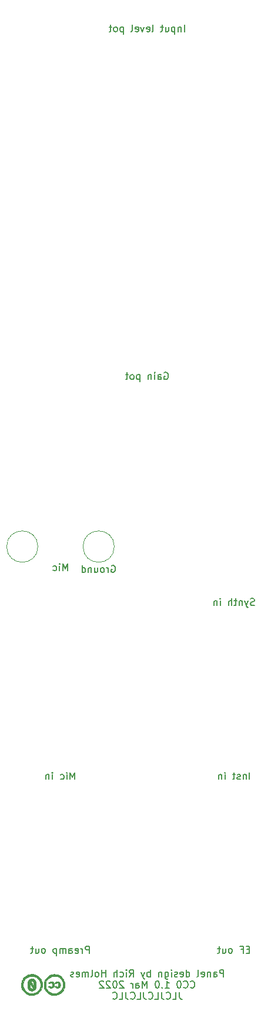
<source format=gbo>
G04 #@! TF.GenerationSoftware,KiCad,Pcbnew,6.0.4-6f826c9f35~116~ubuntu20.04.1*
G04 #@! TF.CreationDate,2022-04-19T20:10:12-04:00*
G04 #@! TF.ProjectId,arpenvfol_panel,61727065-6e76-4666-9f6c-5f70616e656c,rev?*
G04 #@! TF.SameCoordinates,Original*
G04 #@! TF.FileFunction,Legend,Bot*
G04 #@! TF.FilePolarity,Positive*
%FSLAX46Y46*%
G04 Gerber Fmt 4.6, Leading zero omitted, Abs format (unit mm)*
G04 Created by KiCad (PCBNEW 6.0.4-6f826c9f35~116~ubuntu20.04.1) date 2022-04-19 20:10:12*
%MOMM*%
%LPD*%
G01*
G04 APERTURE LIST*
%ADD10C,0.150000*%
%ADD11C,0.010000*%
%ADD12C,0.120000*%
G04 APERTURE END LIST*
D10*
X29600000Y-138052380D02*
X29600000Y-137052380D01*
X29266666Y-137766666D01*
X28933333Y-137052380D01*
X28933333Y-138052380D01*
X28457142Y-138052380D02*
X28457142Y-137385714D01*
X28457142Y-137052380D02*
X28504761Y-137100000D01*
X28457142Y-137147619D01*
X28409523Y-137100000D01*
X28457142Y-137052380D01*
X28457142Y-137147619D01*
X27552380Y-138004761D02*
X27647619Y-138052380D01*
X27838095Y-138052380D01*
X27933333Y-138004761D01*
X27980952Y-137957142D01*
X28028571Y-137861904D01*
X28028571Y-137576190D01*
X27980952Y-137480952D01*
X27933333Y-137433333D01*
X27838095Y-137385714D01*
X27647619Y-137385714D01*
X27552380Y-137433333D01*
X43552380Y-109600000D02*
X43647619Y-109552380D01*
X43790476Y-109552380D01*
X43933333Y-109600000D01*
X44028571Y-109695238D01*
X44076190Y-109790476D01*
X44123809Y-109980952D01*
X44123809Y-110123809D01*
X44076190Y-110314285D01*
X44028571Y-110409523D01*
X43933333Y-110504761D01*
X43790476Y-110552380D01*
X43695238Y-110552380D01*
X43552380Y-110504761D01*
X43504761Y-110457142D01*
X43504761Y-110123809D01*
X43695238Y-110123809D01*
X42647619Y-110552380D02*
X42647619Y-110028571D01*
X42695238Y-109933333D01*
X42790476Y-109885714D01*
X42980952Y-109885714D01*
X43076190Y-109933333D01*
X42647619Y-110504761D02*
X42742857Y-110552380D01*
X42980952Y-110552380D01*
X43076190Y-110504761D01*
X43123809Y-110409523D01*
X43123809Y-110314285D01*
X43076190Y-110219047D01*
X42980952Y-110171428D01*
X42742857Y-110171428D01*
X42647619Y-110123809D01*
X42171428Y-110552380D02*
X42171428Y-109885714D01*
X42171428Y-109552380D02*
X42219047Y-109600000D01*
X42171428Y-109647619D01*
X42123809Y-109600000D01*
X42171428Y-109552380D01*
X42171428Y-109647619D01*
X41695238Y-109885714D02*
X41695238Y-110552380D01*
X41695238Y-109980952D02*
X41647619Y-109933333D01*
X41552380Y-109885714D01*
X41409523Y-109885714D01*
X41314285Y-109933333D01*
X41266666Y-110028571D01*
X41266666Y-110552380D01*
X40028571Y-109885714D02*
X40028571Y-110885714D01*
X40028571Y-109933333D02*
X39933333Y-109885714D01*
X39742857Y-109885714D01*
X39647619Y-109933333D01*
X39600000Y-109980952D01*
X39552380Y-110076190D01*
X39552380Y-110361904D01*
X39600000Y-110457142D01*
X39647619Y-110504761D01*
X39742857Y-110552380D01*
X39933333Y-110552380D01*
X40028571Y-110504761D01*
X38980952Y-110552380D02*
X39076190Y-110504761D01*
X39123809Y-110457142D01*
X39171428Y-110361904D01*
X39171428Y-110076190D01*
X39123809Y-109980952D01*
X39076190Y-109933333D01*
X38980952Y-109885714D01*
X38838095Y-109885714D01*
X38742857Y-109933333D01*
X38695238Y-109980952D01*
X38647619Y-110076190D01*
X38647619Y-110361904D01*
X38695238Y-110457142D01*
X38742857Y-110504761D01*
X38838095Y-110552380D01*
X38980952Y-110552380D01*
X38361904Y-109885714D02*
X37980952Y-109885714D01*
X38219047Y-109552380D02*
X38219047Y-110409523D01*
X38171428Y-110504761D01*
X38076190Y-110552380D01*
X37980952Y-110552380D01*
X55814285Y-192528571D02*
X55480952Y-192528571D01*
X55338095Y-193052380D02*
X55814285Y-193052380D01*
X55814285Y-192052380D01*
X55338095Y-192052380D01*
X54576190Y-192528571D02*
X54909523Y-192528571D01*
X54909523Y-193052380D02*
X54909523Y-192052380D01*
X54433333Y-192052380D01*
X53147619Y-193052380D02*
X53242857Y-193004761D01*
X53290476Y-192957142D01*
X53338095Y-192861904D01*
X53338095Y-192576190D01*
X53290476Y-192480952D01*
X53242857Y-192433333D01*
X53147619Y-192385714D01*
X53004761Y-192385714D01*
X52909523Y-192433333D01*
X52861904Y-192480952D01*
X52814285Y-192576190D01*
X52814285Y-192861904D01*
X52861904Y-192957142D01*
X52909523Y-193004761D01*
X53004761Y-193052380D01*
X53147619Y-193052380D01*
X51957142Y-192385714D02*
X51957142Y-193052380D01*
X52385714Y-192385714D02*
X52385714Y-192909523D01*
X52338095Y-193004761D01*
X52242857Y-193052380D01*
X52099999Y-193052380D01*
X52004761Y-193004761D01*
X51957142Y-192957142D01*
X51623809Y-192385714D02*
X51242857Y-192385714D01*
X51480952Y-192052380D02*
X51480952Y-192909523D01*
X51433333Y-193004761D01*
X51338095Y-193052380D01*
X51242857Y-193052380D01*
X35957142Y-137350000D02*
X36052380Y-137302380D01*
X36195238Y-137302380D01*
X36338095Y-137350000D01*
X36433333Y-137445238D01*
X36480952Y-137540476D01*
X36528571Y-137730952D01*
X36528571Y-137873809D01*
X36480952Y-138064285D01*
X36433333Y-138159523D01*
X36338095Y-138254761D01*
X36195238Y-138302380D01*
X36100000Y-138302380D01*
X35957142Y-138254761D01*
X35909523Y-138207142D01*
X35909523Y-137873809D01*
X36100000Y-137873809D01*
X35480952Y-138302380D02*
X35480952Y-137635714D01*
X35480952Y-137826190D02*
X35433333Y-137730952D01*
X35385714Y-137683333D01*
X35290476Y-137635714D01*
X35195238Y-137635714D01*
X34719047Y-138302380D02*
X34814285Y-138254761D01*
X34861904Y-138207142D01*
X34909523Y-138111904D01*
X34909523Y-137826190D01*
X34861904Y-137730952D01*
X34814285Y-137683333D01*
X34719047Y-137635714D01*
X34576190Y-137635714D01*
X34480952Y-137683333D01*
X34433333Y-137730952D01*
X34385714Y-137826190D01*
X34385714Y-138111904D01*
X34433333Y-138207142D01*
X34480952Y-138254761D01*
X34576190Y-138302380D01*
X34719047Y-138302380D01*
X33528571Y-137635714D02*
X33528571Y-138302380D01*
X33957142Y-137635714D02*
X33957142Y-138159523D01*
X33909523Y-138254761D01*
X33814285Y-138302380D01*
X33671428Y-138302380D01*
X33576190Y-138254761D01*
X33528571Y-138207142D01*
X33052380Y-137635714D02*
X33052380Y-138302380D01*
X33052380Y-137730952D02*
X33004761Y-137683333D01*
X32909523Y-137635714D01*
X32766666Y-137635714D01*
X32671428Y-137683333D01*
X32623809Y-137778571D01*
X32623809Y-138302380D01*
X31719047Y-138302380D02*
X31719047Y-137302380D01*
X31719047Y-138254761D02*
X31814285Y-138302380D01*
X32004761Y-138302380D01*
X32100000Y-138254761D01*
X32147619Y-138207142D01*
X32195238Y-138111904D01*
X32195238Y-137826190D01*
X32147619Y-137730952D01*
X32100000Y-137683333D01*
X32004761Y-137635714D01*
X31814285Y-137635714D01*
X31719047Y-137683333D01*
X56528571Y-143004761D02*
X56385714Y-143052380D01*
X56147619Y-143052380D01*
X56052380Y-143004761D01*
X56004761Y-142957142D01*
X55957142Y-142861904D01*
X55957142Y-142766666D01*
X56004761Y-142671428D01*
X56052380Y-142623809D01*
X56147619Y-142576190D01*
X56338095Y-142528571D01*
X56433333Y-142480952D01*
X56480952Y-142433333D01*
X56528571Y-142338095D01*
X56528571Y-142242857D01*
X56480952Y-142147619D01*
X56433333Y-142100000D01*
X56338095Y-142052380D01*
X56100000Y-142052380D01*
X55957142Y-142100000D01*
X55623809Y-142385714D02*
X55385714Y-143052380D01*
X55147619Y-142385714D02*
X55385714Y-143052380D01*
X55480952Y-143290476D01*
X55528571Y-143338095D01*
X55623809Y-143385714D01*
X54766666Y-142385714D02*
X54766666Y-143052380D01*
X54766666Y-142480952D02*
X54719047Y-142433333D01*
X54623809Y-142385714D01*
X54480952Y-142385714D01*
X54385714Y-142433333D01*
X54338095Y-142528571D01*
X54338095Y-143052380D01*
X54004761Y-142385714D02*
X53623809Y-142385714D01*
X53861904Y-142052380D02*
X53861904Y-142909523D01*
X53814285Y-143004761D01*
X53719047Y-143052380D01*
X53623809Y-143052380D01*
X53290476Y-143052380D02*
X53290476Y-142052380D01*
X52861904Y-143052380D02*
X52861904Y-142528571D01*
X52909523Y-142433333D01*
X53004761Y-142385714D01*
X53147619Y-142385714D01*
X53242857Y-142433333D01*
X53290476Y-142480952D01*
X51623809Y-143052380D02*
X51623809Y-142385714D01*
X51623809Y-142052380D02*
X51671428Y-142100000D01*
X51623809Y-142147619D01*
X51576190Y-142100000D01*
X51623809Y-142052380D01*
X51623809Y-142147619D01*
X51147619Y-142385714D02*
X51147619Y-143052380D01*
X51147619Y-142480952D02*
X51100000Y-142433333D01*
X51004761Y-142385714D01*
X50861904Y-142385714D01*
X50766666Y-142433333D01*
X50719047Y-142528571D01*
X50719047Y-143052380D01*
X32742857Y-193052380D02*
X32742857Y-192052380D01*
X32361904Y-192052380D01*
X32266666Y-192100000D01*
X32219047Y-192147619D01*
X32171428Y-192242857D01*
X32171428Y-192385714D01*
X32219047Y-192480952D01*
X32266666Y-192528571D01*
X32361904Y-192576190D01*
X32742857Y-192576190D01*
X31742857Y-193052380D02*
X31742857Y-192385714D01*
X31742857Y-192576190D02*
X31695238Y-192480952D01*
X31647619Y-192433333D01*
X31552380Y-192385714D01*
X31457142Y-192385714D01*
X30742857Y-193004761D02*
X30838095Y-193052380D01*
X31028571Y-193052380D01*
X31123809Y-193004761D01*
X31171428Y-192909523D01*
X31171428Y-192528571D01*
X31123809Y-192433333D01*
X31028571Y-192385714D01*
X30838095Y-192385714D01*
X30742857Y-192433333D01*
X30695238Y-192528571D01*
X30695238Y-192623809D01*
X31171428Y-192719047D01*
X29838095Y-193052380D02*
X29838095Y-192528571D01*
X29885714Y-192433333D01*
X29980952Y-192385714D01*
X30171428Y-192385714D01*
X30266666Y-192433333D01*
X29838095Y-193004761D02*
X29933333Y-193052380D01*
X30171428Y-193052380D01*
X30266666Y-193004761D01*
X30314285Y-192909523D01*
X30314285Y-192814285D01*
X30266666Y-192719047D01*
X30171428Y-192671428D01*
X29933333Y-192671428D01*
X29838095Y-192623809D01*
X29361904Y-193052380D02*
X29361904Y-192385714D01*
X29361904Y-192480952D02*
X29314285Y-192433333D01*
X29219047Y-192385714D01*
X29076190Y-192385714D01*
X28980952Y-192433333D01*
X28933333Y-192528571D01*
X28933333Y-193052380D01*
X28933333Y-192528571D02*
X28885714Y-192433333D01*
X28790476Y-192385714D01*
X28647619Y-192385714D01*
X28552380Y-192433333D01*
X28504761Y-192528571D01*
X28504761Y-193052380D01*
X28028571Y-192385714D02*
X28028571Y-193385714D01*
X28028571Y-192433333D02*
X27933333Y-192385714D01*
X27742857Y-192385714D01*
X27647619Y-192433333D01*
X27600000Y-192480952D01*
X27552380Y-192576190D01*
X27552380Y-192861904D01*
X27600000Y-192957142D01*
X27647619Y-193004761D01*
X27742857Y-193052380D01*
X27933333Y-193052380D01*
X28028571Y-193004761D01*
X26219047Y-193052380D02*
X26314285Y-193004761D01*
X26361904Y-192957142D01*
X26409523Y-192861904D01*
X26409523Y-192576190D01*
X26361904Y-192480952D01*
X26314285Y-192433333D01*
X26219047Y-192385714D01*
X26076190Y-192385714D01*
X25980952Y-192433333D01*
X25933333Y-192480952D01*
X25885714Y-192576190D01*
X25885714Y-192861904D01*
X25933333Y-192957142D01*
X25980952Y-193004761D01*
X26076190Y-193052380D01*
X26219047Y-193052380D01*
X25028571Y-192385714D02*
X25028571Y-193052380D01*
X25457142Y-192385714D02*
X25457142Y-192909523D01*
X25409523Y-193004761D01*
X25314285Y-193052380D01*
X25171428Y-193052380D01*
X25076190Y-193004761D01*
X25028571Y-192957142D01*
X24695238Y-192385714D02*
X24314285Y-192385714D01*
X24552380Y-192052380D02*
X24552380Y-192909523D01*
X24504761Y-193004761D01*
X24409523Y-193052380D01*
X24314285Y-193052380D01*
X46457142Y-60552380D02*
X46457142Y-59552380D01*
X45980952Y-59885714D02*
X45980952Y-60552380D01*
X45980952Y-59980952D02*
X45933333Y-59933333D01*
X45838095Y-59885714D01*
X45695238Y-59885714D01*
X45600000Y-59933333D01*
X45552380Y-60028571D01*
X45552380Y-60552380D01*
X45076190Y-59885714D02*
X45076190Y-60885714D01*
X45076190Y-59933333D02*
X44980952Y-59885714D01*
X44790476Y-59885714D01*
X44695238Y-59933333D01*
X44647619Y-59980952D01*
X44600000Y-60076190D01*
X44600000Y-60361904D01*
X44647619Y-60457142D01*
X44695238Y-60504761D01*
X44790476Y-60552380D01*
X44980952Y-60552380D01*
X45076190Y-60504761D01*
X43742857Y-59885714D02*
X43742857Y-60552380D01*
X44171428Y-59885714D02*
X44171428Y-60409523D01*
X44123809Y-60504761D01*
X44028571Y-60552380D01*
X43885714Y-60552380D01*
X43790476Y-60504761D01*
X43742857Y-60457142D01*
X43409523Y-59885714D02*
X43028571Y-59885714D01*
X43266666Y-59552380D02*
X43266666Y-60409523D01*
X43219047Y-60504761D01*
X43123809Y-60552380D01*
X43028571Y-60552380D01*
X41790476Y-60552380D02*
X41885714Y-60504761D01*
X41933333Y-60409523D01*
X41933333Y-59552380D01*
X41028571Y-60504761D02*
X41123809Y-60552380D01*
X41314285Y-60552380D01*
X41409523Y-60504761D01*
X41457142Y-60409523D01*
X41457142Y-60028571D01*
X41409523Y-59933333D01*
X41314285Y-59885714D01*
X41123809Y-59885714D01*
X41028571Y-59933333D01*
X40980952Y-60028571D01*
X40980952Y-60123809D01*
X41457142Y-60219047D01*
X40647619Y-59885714D02*
X40409523Y-60552380D01*
X40171428Y-59885714D01*
X39409523Y-60504761D02*
X39504761Y-60552380D01*
X39695238Y-60552380D01*
X39790476Y-60504761D01*
X39838095Y-60409523D01*
X39838095Y-60028571D01*
X39790476Y-59933333D01*
X39695238Y-59885714D01*
X39504761Y-59885714D01*
X39409523Y-59933333D01*
X39361904Y-60028571D01*
X39361904Y-60123809D01*
X39838095Y-60219047D01*
X38790476Y-60552380D02*
X38885714Y-60504761D01*
X38933333Y-60409523D01*
X38933333Y-59552380D01*
X37647619Y-59885714D02*
X37647619Y-60885714D01*
X37647619Y-59933333D02*
X37552380Y-59885714D01*
X37361904Y-59885714D01*
X37266666Y-59933333D01*
X37219047Y-59980952D01*
X37171428Y-60076190D01*
X37171428Y-60361904D01*
X37219047Y-60457142D01*
X37266666Y-60504761D01*
X37361904Y-60552380D01*
X37552380Y-60552380D01*
X37647619Y-60504761D01*
X36600000Y-60552380D02*
X36695238Y-60504761D01*
X36742857Y-60457142D01*
X36790476Y-60361904D01*
X36790476Y-60076190D01*
X36742857Y-59980952D01*
X36695238Y-59933333D01*
X36600000Y-59885714D01*
X36457142Y-59885714D01*
X36361904Y-59933333D01*
X36314285Y-59980952D01*
X36266666Y-60076190D01*
X36266666Y-60361904D01*
X36314285Y-60457142D01*
X36361904Y-60504761D01*
X36457142Y-60552380D01*
X36600000Y-60552380D01*
X35980952Y-59885714D02*
X35600000Y-59885714D01*
X35838095Y-59552380D02*
X35838095Y-60409523D01*
X35790476Y-60504761D01*
X35695238Y-60552380D01*
X35600000Y-60552380D01*
X55814285Y-168052380D02*
X55814285Y-167052380D01*
X55338095Y-167385714D02*
X55338095Y-168052380D01*
X55338095Y-167480952D02*
X55290476Y-167433333D01*
X55195238Y-167385714D01*
X55052380Y-167385714D01*
X54957142Y-167433333D01*
X54909523Y-167528571D01*
X54909523Y-168052380D01*
X54480952Y-168004761D02*
X54385714Y-168052380D01*
X54195238Y-168052380D01*
X54100000Y-168004761D01*
X54052380Y-167909523D01*
X54052380Y-167861904D01*
X54100000Y-167766666D01*
X54195238Y-167719047D01*
X54338095Y-167719047D01*
X54433333Y-167671428D01*
X54480952Y-167576190D01*
X54480952Y-167528571D01*
X54433333Y-167433333D01*
X54338095Y-167385714D01*
X54195238Y-167385714D01*
X54100000Y-167433333D01*
X53766666Y-167385714D02*
X53385714Y-167385714D01*
X53623809Y-167052380D02*
X53623809Y-167909523D01*
X53576190Y-168004761D01*
X53480952Y-168052380D01*
X53385714Y-168052380D01*
X52290476Y-168052380D02*
X52290476Y-167385714D01*
X52290476Y-167052380D02*
X52338095Y-167100000D01*
X52290476Y-167147619D01*
X52242857Y-167100000D01*
X52290476Y-167052380D01*
X52290476Y-167147619D01*
X51814285Y-167385714D02*
X51814285Y-168052380D01*
X51814285Y-167480952D02*
X51766666Y-167433333D01*
X51671428Y-167385714D01*
X51528571Y-167385714D01*
X51433333Y-167433333D01*
X51385714Y-167528571D01*
X51385714Y-168052380D01*
X52100000Y-196442380D02*
X52100000Y-195442380D01*
X51719047Y-195442380D01*
X51623809Y-195490000D01*
X51576190Y-195537619D01*
X51528571Y-195632857D01*
X51528571Y-195775714D01*
X51576190Y-195870952D01*
X51623809Y-195918571D01*
X51719047Y-195966190D01*
X52100000Y-195966190D01*
X50671428Y-196442380D02*
X50671428Y-195918571D01*
X50719047Y-195823333D01*
X50814285Y-195775714D01*
X51004761Y-195775714D01*
X51100000Y-195823333D01*
X50671428Y-196394761D02*
X50766666Y-196442380D01*
X51004761Y-196442380D01*
X51100000Y-196394761D01*
X51147619Y-196299523D01*
X51147619Y-196204285D01*
X51100000Y-196109047D01*
X51004761Y-196061428D01*
X50766666Y-196061428D01*
X50671428Y-196013809D01*
X50195238Y-195775714D02*
X50195238Y-196442380D01*
X50195238Y-195870952D02*
X50147619Y-195823333D01*
X50052380Y-195775714D01*
X49909523Y-195775714D01*
X49814285Y-195823333D01*
X49766666Y-195918571D01*
X49766666Y-196442380D01*
X48909523Y-196394761D02*
X49004761Y-196442380D01*
X49195238Y-196442380D01*
X49290476Y-196394761D01*
X49338095Y-196299523D01*
X49338095Y-195918571D01*
X49290476Y-195823333D01*
X49195238Y-195775714D01*
X49004761Y-195775714D01*
X48909523Y-195823333D01*
X48861904Y-195918571D01*
X48861904Y-196013809D01*
X49338095Y-196109047D01*
X48290476Y-196442380D02*
X48385714Y-196394761D01*
X48433333Y-196299523D01*
X48433333Y-195442380D01*
X46719047Y-196442380D02*
X46719047Y-195442380D01*
X46719047Y-196394761D02*
X46814285Y-196442380D01*
X47004761Y-196442380D01*
X47100000Y-196394761D01*
X47147619Y-196347142D01*
X47195238Y-196251904D01*
X47195238Y-195966190D01*
X47147619Y-195870952D01*
X47100000Y-195823333D01*
X47004761Y-195775714D01*
X46814285Y-195775714D01*
X46719047Y-195823333D01*
X45861904Y-196394761D02*
X45957142Y-196442380D01*
X46147619Y-196442380D01*
X46242857Y-196394761D01*
X46290476Y-196299523D01*
X46290476Y-195918571D01*
X46242857Y-195823333D01*
X46147619Y-195775714D01*
X45957142Y-195775714D01*
X45861904Y-195823333D01*
X45814285Y-195918571D01*
X45814285Y-196013809D01*
X46290476Y-196109047D01*
X45433333Y-196394761D02*
X45338095Y-196442380D01*
X45147619Y-196442380D01*
X45052380Y-196394761D01*
X45004761Y-196299523D01*
X45004761Y-196251904D01*
X45052380Y-196156666D01*
X45147619Y-196109047D01*
X45290476Y-196109047D01*
X45385714Y-196061428D01*
X45433333Y-195966190D01*
X45433333Y-195918571D01*
X45385714Y-195823333D01*
X45290476Y-195775714D01*
X45147619Y-195775714D01*
X45052380Y-195823333D01*
X44576190Y-196442380D02*
X44576190Y-195775714D01*
X44576190Y-195442380D02*
X44623809Y-195490000D01*
X44576190Y-195537619D01*
X44528571Y-195490000D01*
X44576190Y-195442380D01*
X44576190Y-195537619D01*
X43671428Y-195775714D02*
X43671428Y-196585238D01*
X43719047Y-196680476D01*
X43766666Y-196728095D01*
X43861904Y-196775714D01*
X44004761Y-196775714D01*
X44100000Y-196728095D01*
X43671428Y-196394761D02*
X43766666Y-196442380D01*
X43957142Y-196442380D01*
X44052380Y-196394761D01*
X44100000Y-196347142D01*
X44147619Y-196251904D01*
X44147619Y-195966190D01*
X44100000Y-195870952D01*
X44052380Y-195823333D01*
X43957142Y-195775714D01*
X43766666Y-195775714D01*
X43671428Y-195823333D01*
X43195238Y-195775714D02*
X43195238Y-196442380D01*
X43195238Y-195870952D02*
X43147619Y-195823333D01*
X43052380Y-195775714D01*
X42909523Y-195775714D01*
X42814285Y-195823333D01*
X42766666Y-195918571D01*
X42766666Y-196442380D01*
X41528571Y-196442380D02*
X41528571Y-195442380D01*
X41528571Y-195823333D02*
X41433333Y-195775714D01*
X41242857Y-195775714D01*
X41147619Y-195823333D01*
X41100000Y-195870952D01*
X41052380Y-195966190D01*
X41052380Y-196251904D01*
X41100000Y-196347142D01*
X41147619Y-196394761D01*
X41242857Y-196442380D01*
X41433333Y-196442380D01*
X41528571Y-196394761D01*
X40719047Y-195775714D02*
X40480952Y-196442380D01*
X40242857Y-195775714D02*
X40480952Y-196442380D01*
X40576190Y-196680476D01*
X40623809Y-196728095D01*
X40719047Y-196775714D01*
X38528571Y-196442380D02*
X38861904Y-195966190D01*
X39100000Y-196442380D02*
X39100000Y-195442380D01*
X38719047Y-195442380D01*
X38623809Y-195490000D01*
X38576190Y-195537619D01*
X38528571Y-195632857D01*
X38528571Y-195775714D01*
X38576190Y-195870952D01*
X38623809Y-195918571D01*
X38719047Y-195966190D01*
X39100000Y-195966190D01*
X38100000Y-196442380D02*
X38100000Y-195775714D01*
X38100000Y-195442380D02*
X38147619Y-195490000D01*
X38100000Y-195537619D01*
X38052380Y-195490000D01*
X38100000Y-195442380D01*
X38100000Y-195537619D01*
X37195238Y-196394761D02*
X37290476Y-196442380D01*
X37480952Y-196442380D01*
X37576190Y-196394761D01*
X37623809Y-196347142D01*
X37671428Y-196251904D01*
X37671428Y-195966190D01*
X37623809Y-195870952D01*
X37576190Y-195823333D01*
X37480952Y-195775714D01*
X37290476Y-195775714D01*
X37195238Y-195823333D01*
X36766666Y-196442380D02*
X36766666Y-195442380D01*
X36338095Y-196442380D02*
X36338095Y-195918571D01*
X36385714Y-195823333D01*
X36480952Y-195775714D01*
X36623809Y-195775714D01*
X36719047Y-195823333D01*
X36766666Y-195870952D01*
X35100000Y-196442380D02*
X35100000Y-195442380D01*
X35100000Y-195918571D02*
X34528571Y-195918571D01*
X34528571Y-196442380D02*
X34528571Y-195442380D01*
X33909523Y-196442380D02*
X34004761Y-196394761D01*
X34052380Y-196347142D01*
X34100000Y-196251904D01*
X34100000Y-195966190D01*
X34052380Y-195870952D01*
X34004761Y-195823333D01*
X33909523Y-195775714D01*
X33766666Y-195775714D01*
X33671428Y-195823333D01*
X33623809Y-195870952D01*
X33576190Y-195966190D01*
X33576190Y-196251904D01*
X33623809Y-196347142D01*
X33671428Y-196394761D01*
X33766666Y-196442380D01*
X33909523Y-196442380D01*
X33004761Y-196442380D02*
X33100000Y-196394761D01*
X33147619Y-196299523D01*
X33147619Y-195442380D01*
X32623809Y-196442380D02*
X32623809Y-195775714D01*
X32623809Y-195870952D02*
X32576190Y-195823333D01*
X32480952Y-195775714D01*
X32338095Y-195775714D01*
X32242857Y-195823333D01*
X32195238Y-195918571D01*
X32195238Y-196442380D01*
X32195238Y-195918571D02*
X32147619Y-195823333D01*
X32052380Y-195775714D01*
X31909523Y-195775714D01*
X31814285Y-195823333D01*
X31766666Y-195918571D01*
X31766666Y-196442380D01*
X30909523Y-196394761D02*
X31004761Y-196442380D01*
X31195238Y-196442380D01*
X31290476Y-196394761D01*
X31338095Y-196299523D01*
X31338095Y-195918571D01*
X31290476Y-195823333D01*
X31195238Y-195775714D01*
X31004761Y-195775714D01*
X30909523Y-195823333D01*
X30861904Y-195918571D01*
X30861904Y-196013809D01*
X31338095Y-196109047D01*
X30480952Y-196394761D02*
X30385714Y-196442380D01*
X30195238Y-196442380D01*
X30100000Y-196394761D01*
X30052380Y-196299523D01*
X30052380Y-196251904D01*
X30100000Y-196156666D01*
X30195238Y-196109047D01*
X30338095Y-196109047D01*
X30433333Y-196061428D01*
X30480952Y-195966190D01*
X30480952Y-195918571D01*
X30433333Y-195823333D01*
X30338095Y-195775714D01*
X30195238Y-195775714D01*
X30100000Y-195823333D01*
X47338095Y-197957142D02*
X47385714Y-198004761D01*
X47528571Y-198052380D01*
X47623809Y-198052380D01*
X47766666Y-198004761D01*
X47861904Y-197909523D01*
X47909523Y-197814285D01*
X47957142Y-197623809D01*
X47957142Y-197480952D01*
X47909523Y-197290476D01*
X47861904Y-197195238D01*
X47766666Y-197100000D01*
X47623809Y-197052380D01*
X47528571Y-197052380D01*
X47385714Y-197100000D01*
X47338095Y-197147619D01*
X46338095Y-197957142D02*
X46385714Y-198004761D01*
X46528571Y-198052380D01*
X46623809Y-198052380D01*
X46766666Y-198004761D01*
X46861904Y-197909523D01*
X46909523Y-197814285D01*
X46957142Y-197623809D01*
X46957142Y-197480952D01*
X46909523Y-197290476D01*
X46861904Y-197195238D01*
X46766666Y-197100000D01*
X46623809Y-197052380D01*
X46528571Y-197052380D01*
X46385714Y-197100000D01*
X46338095Y-197147619D01*
X45719047Y-197052380D02*
X45623809Y-197052380D01*
X45528571Y-197100000D01*
X45480952Y-197147619D01*
X45433333Y-197242857D01*
X45385714Y-197433333D01*
X45385714Y-197671428D01*
X45433333Y-197861904D01*
X45480952Y-197957142D01*
X45528571Y-198004761D01*
X45623809Y-198052380D01*
X45719047Y-198052380D01*
X45814285Y-198004761D01*
X45861904Y-197957142D01*
X45909523Y-197861904D01*
X45957142Y-197671428D01*
X45957142Y-197433333D01*
X45909523Y-197242857D01*
X45861904Y-197147619D01*
X45814285Y-197100000D01*
X45719047Y-197052380D01*
X43671428Y-198052380D02*
X44242857Y-198052380D01*
X43957142Y-198052380D02*
X43957142Y-197052380D01*
X44052380Y-197195238D01*
X44147619Y-197290476D01*
X44242857Y-197338095D01*
X43242857Y-197957142D02*
X43195238Y-198004761D01*
X43242857Y-198052380D01*
X43290476Y-198004761D01*
X43242857Y-197957142D01*
X43242857Y-198052380D01*
X42576190Y-197052380D02*
X42480952Y-197052380D01*
X42385714Y-197100000D01*
X42338095Y-197147619D01*
X42290476Y-197242857D01*
X42242857Y-197433333D01*
X42242857Y-197671428D01*
X42290476Y-197861904D01*
X42338095Y-197957142D01*
X42385714Y-198004761D01*
X42480952Y-198052380D01*
X42576190Y-198052380D01*
X42671428Y-198004761D01*
X42719047Y-197957142D01*
X42766666Y-197861904D01*
X42814285Y-197671428D01*
X42814285Y-197433333D01*
X42766666Y-197242857D01*
X42719047Y-197147619D01*
X42671428Y-197100000D01*
X42576190Y-197052380D01*
X41052380Y-198052380D02*
X41052380Y-197052380D01*
X40719047Y-197766666D01*
X40385714Y-197052380D01*
X40385714Y-198052380D01*
X39480952Y-198052380D02*
X39480952Y-197528571D01*
X39528571Y-197433333D01*
X39623809Y-197385714D01*
X39814285Y-197385714D01*
X39909523Y-197433333D01*
X39480952Y-198004761D02*
X39576190Y-198052380D01*
X39814285Y-198052380D01*
X39909523Y-198004761D01*
X39957142Y-197909523D01*
X39957142Y-197814285D01*
X39909523Y-197719047D01*
X39814285Y-197671428D01*
X39576190Y-197671428D01*
X39480952Y-197623809D01*
X39004761Y-198052380D02*
X39004761Y-197385714D01*
X39004761Y-197576190D02*
X38957142Y-197480952D01*
X38909523Y-197433333D01*
X38814285Y-197385714D01*
X38719047Y-197385714D01*
X37671428Y-197147619D02*
X37623809Y-197100000D01*
X37528571Y-197052380D01*
X37290476Y-197052380D01*
X37195238Y-197100000D01*
X37147619Y-197147619D01*
X37100000Y-197242857D01*
X37100000Y-197338095D01*
X37147619Y-197480952D01*
X37719047Y-198052380D01*
X37100000Y-198052380D01*
X36480952Y-197052380D02*
X36385714Y-197052380D01*
X36290476Y-197100000D01*
X36242857Y-197147619D01*
X36195238Y-197242857D01*
X36147619Y-197433333D01*
X36147619Y-197671428D01*
X36195238Y-197861904D01*
X36242857Y-197957142D01*
X36290476Y-198004761D01*
X36385714Y-198052380D01*
X36480952Y-198052380D01*
X36576190Y-198004761D01*
X36623809Y-197957142D01*
X36671428Y-197861904D01*
X36719047Y-197671428D01*
X36719047Y-197433333D01*
X36671428Y-197242857D01*
X36623809Y-197147619D01*
X36576190Y-197100000D01*
X36480952Y-197052380D01*
X35766666Y-197147619D02*
X35719047Y-197100000D01*
X35623809Y-197052380D01*
X35385714Y-197052380D01*
X35290476Y-197100000D01*
X35242857Y-197147619D01*
X35195238Y-197242857D01*
X35195238Y-197338095D01*
X35242857Y-197480952D01*
X35814285Y-198052380D01*
X35195238Y-198052380D01*
X34814285Y-197147619D02*
X34766666Y-197100000D01*
X34671428Y-197052380D01*
X34433333Y-197052380D01*
X34338095Y-197100000D01*
X34290476Y-197147619D01*
X34242857Y-197242857D01*
X34242857Y-197338095D01*
X34290476Y-197480952D01*
X34861904Y-198052380D01*
X34242857Y-198052380D01*
X45719047Y-198662380D02*
X45719047Y-199376666D01*
X45766666Y-199519523D01*
X45861904Y-199614761D01*
X46004761Y-199662380D01*
X46100000Y-199662380D01*
X44766666Y-199662380D02*
X45242857Y-199662380D01*
X45242857Y-198662380D01*
X43861904Y-199567142D02*
X43909523Y-199614761D01*
X44052380Y-199662380D01*
X44147619Y-199662380D01*
X44290476Y-199614761D01*
X44385714Y-199519523D01*
X44433333Y-199424285D01*
X44480952Y-199233809D01*
X44480952Y-199090952D01*
X44433333Y-198900476D01*
X44385714Y-198805238D01*
X44290476Y-198710000D01*
X44147619Y-198662380D01*
X44052380Y-198662380D01*
X43909523Y-198710000D01*
X43861904Y-198757619D01*
X43147619Y-198662380D02*
X43147619Y-199376666D01*
X43195238Y-199519523D01*
X43290476Y-199614761D01*
X43433333Y-199662380D01*
X43528571Y-199662380D01*
X42195238Y-199662380D02*
X42671428Y-199662380D01*
X42671428Y-198662380D01*
X41290476Y-199567142D02*
X41338095Y-199614761D01*
X41480952Y-199662380D01*
X41576190Y-199662380D01*
X41719047Y-199614761D01*
X41814285Y-199519523D01*
X41861904Y-199424285D01*
X41909523Y-199233809D01*
X41909523Y-199090952D01*
X41861904Y-198900476D01*
X41814285Y-198805238D01*
X41719047Y-198710000D01*
X41576190Y-198662380D01*
X41480952Y-198662380D01*
X41338095Y-198710000D01*
X41290476Y-198757619D01*
X40576190Y-198662380D02*
X40576190Y-199376666D01*
X40623809Y-199519523D01*
X40719047Y-199614761D01*
X40861904Y-199662380D01*
X40957142Y-199662380D01*
X39623809Y-199662380D02*
X40100000Y-199662380D01*
X40100000Y-198662380D01*
X38719047Y-199567142D02*
X38766666Y-199614761D01*
X38909523Y-199662380D01*
X39004761Y-199662380D01*
X39147619Y-199614761D01*
X39242857Y-199519523D01*
X39290476Y-199424285D01*
X39338095Y-199233809D01*
X39338095Y-199090952D01*
X39290476Y-198900476D01*
X39242857Y-198805238D01*
X39147619Y-198710000D01*
X39004761Y-198662380D01*
X38909523Y-198662380D01*
X38766666Y-198710000D01*
X38719047Y-198757619D01*
X38004761Y-198662380D02*
X38004761Y-199376666D01*
X38052380Y-199519523D01*
X38147619Y-199614761D01*
X38290476Y-199662380D01*
X38385714Y-199662380D01*
X37052380Y-199662380D02*
X37528571Y-199662380D01*
X37528571Y-198662380D01*
X36147619Y-199567142D02*
X36195238Y-199614761D01*
X36338095Y-199662380D01*
X36433333Y-199662380D01*
X36576190Y-199614761D01*
X36671428Y-199519523D01*
X36719047Y-199424285D01*
X36766666Y-199233809D01*
X36766666Y-199090952D01*
X36719047Y-198900476D01*
X36671428Y-198805238D01*
X36576190Y-198710000D01*
X36433333Y-198662380D01*
X36338095Y-198662380D01*
X36195238Y-198710000D01*
X36147619Y-198757619D01*
X30671428Y-168052380D02*
X30671428Y-167052380D01*
X30338095Y-167766666D01*
X30004761Y-167052380D01*
X30004761Y-168052380D01*
X29528571Y-168052380D02*
X29528571Y-167385714D01*
X29528571Y-167052380D02*
X29576190Y-167100000D01*
X29528571Y-167147619D01*
X29480952Y-167100000D01*
X29528571Y-167052380D01*
X29528571Y-167147619D01*
X28623809Y-168004761D02*
X28719047Y-168052380D01*
X28909523Y-168052380D01*
X29004761Y-168004761D01*
X29052380Y-167957142D01*
X29100000Y-167861904D01*
X29100000Y-167576190D01*
X29052380Y-167480952D01*
X29004761Y-167433333D01*
X28909523Y-167385714D01*
X28719047Y-167385714D01*
X28623809Y-167433333D01*
X27433333Y-168052380D02*
X27433333Y-167385714D01*
X27433333Y-167052380D02*
X27480952Y-167100000D01*
X27433333Y-167147619D01*
X27385714Y-167100000D01*
X27433333Y-167052380D01*
X27433333Y-167147619D01*
X26957142Y-167385714D02*
X26957142Y-168052380D01*
X26957142Y-167480952D02*
X26909523Y-167433333D01*
X26814285Y-167385714D01*
X26671428Y-167385714D01*
X26576190Y-167433333D01*
X26528571Y-167528571D01*
X26528571Y-168052380D01*
G04 #@! TO.C,GRAF3*
G36*
X29214239Y-197890302D02*
G01*
X29151194Y-198114250D01*
X29052401Y-198326943D01*
X28918861Y-198525473D01*
X28751575Y-198706935D01*
X28750519Y-198707922D01*
X28572932Y-198849928D01*
X28374960Y-198965903D01*
X28165147Y-199051615D01*
X27952036Y-199102835D01*
X27892831Y-199109650D01*
X27761804Y-199114540D01*
X27617661Y-199109844D01*
X27476333Y-199096312D01*
X27353751Y-199074692D01*
X27211382Y-199032904D01*
X27000450Y-198939317D01*
X26804617Y-198814128D01*
X26628345Y-198661404D01*
X26476092Y-198485212D01*
X26352320Y-198289619D01*
X26261488Y-198078692D01*
X26241101Y-198014672D01*
X26226685Y-197957855D01*
X26217274Y-197899255D01*
X26211786Y-197829550D01*
X26209141Y-197739418D01*
X26208257Y-197619538D01*
X26208456Y-197600000D01*
X26464724Y-197600000D01*
X26470085Y-197760468D01*
X26493839Y-197920154D01*
X26539983Y-198065157D01*
X26612259Y-198206814D01*
X26714407Y-198356457D01*
X26784202Y-198438415D01*
X26919642Y-198560299D01*
X27076986Y-198667240D01*
X27245852Y-198752534D01*
X27415852Y-198809472D01*
X27458637Y-198818062D01*
X27540787Y-198829448D01*
X27633045Y-198838131D01*
X27723233Y-198843264D01*
X27799174Y-198844004D01*
X27848692Y-198839505D01*
X27871304Y-198834585D01*
X27927822Y-198822939D01*
X27995231Y-198809527D01*
X28011196Y-198805990D01*
X28086608Y-198783320D01*
X28176119Y-198749895D01*
X28263640Y-198711586D01*
X28285539Y-198700816D01*
X28461307Y-198590947D01*
X28618836Y-198450554D01*
X28753427Y-198285299D01*
X28860380Y-198100843D01*
X28934995Y-197902846D01*
X28948612Y-197838052D01*
X28960389Y-197719780D01*
X28962601Y-197586371D01*
X28955631Y-197451170D01*
X28939862Y-197327521D01*
X28915676Y-197228769D01*
X28870203Y-197115098D01*
X28767892Y-196930800D01*
X28639315Y-196765015D01*
X28489038Y-196621826D01*
X28321627Y-196505315D01*
X28141649Y-196419565D01*
X27953669Y-196368657D01*
X27859944Y-196357356D01*
X27717025Y-196352684D01*
X27570736Y-196359903D01*
X27434844Y-196378184D01*
X27323114Y-196406696D01*
X27257005Y-196431773D01*
X27056439Y-196534010D01*
X26880224Y-196666010D01*
X26730477Y-196825634D01*
X26609318Y-197010739D01*
X26518866Y-197219187D01*
X26504547Y-197262980D01*
X26484761Y-197335844D01*
X26472805Y-197407322D01*
X26466764Y-197490885D01*
X26464724Y-197600000D01*
X26208456Y-197600000D01*
X26209665Y-197481287D01*
X26216892Y-197350114D01*
X26231999Y-197239067D01*
X26256951Y-197138132D01*
X26293712Y-197037295D01*
X26344249Y-196926541D01*
X26357089Y-196900844D01*
X26481589Y-196698696D01*
X26633628Y-196521729D01*
X26809636Y-196371823D01*
X27006042Y-196250861D01*
X27219275Y-196160725D01*
X27445762Y-196103295D01*
X27681934Y-196080453D01*
X27924219Y-196094081D01*
X27952752Y-196098104D01*
X28178478Y-196148158D01*
X28383837Y-196229231D01*
X28574249Y-196343935D01*
X28755132Y-196494885D01*
X28784913Y-196523940D01*
X28945439Y-196707891D01*
X29070059Y-196904919D01*
X29160541Y-197118286D01*
X29218648Y-197351252D01*
X29229080Y-197420259D01*
X29237084Y-197586371D01*
X29240535Y-197658003D01*
X29214239Y-197890302D01*
G37*
D11*
X29214239Y-197890302D02*
X29151194Y-198114250D01*
X29052401Y-198326943D01*
X28918861Y-198525473D01*
X28751575Y-198706935D01*
X28750519Y-198707922D01*
X28572932Y-198849928D01*
X28374960Y-198965903D01*
X28165147Y-199051615D01*
X27952036Y-199102835D01*
X27892831Y-199109650D01*
X27761804Y-199114540D01*
X27617661Y-199109844D01*
X27476333Y-199096312D01*
X27353751Y-199074692D01*
X27211382Y-199032904D01*
X27000450Y-198939317D01*
X26804617Y-198814128D01*
X26628345Y-198661404D01*
X26476092Y-198485212D01*
X26352320Y-198289619D01*
X26261488Y-198078692D01*
X26241101Y-198014672D01*
X26226685Y-197957855D01*
X26217274Y-197899255D01*
X26211786Y-197829550D01*
X26209141Y-197739418D01*
X26208257Y-197619538D01*
X26208456Y-197600000D01*
X26464724Y-197600000D01*
X26470085Y-197760468D01*
X26493839Y-197920154D01*
X26539983Y-198065157D01*
X26612259Y-198206814D01*
X26714407Y-198356457D01*
X26784202Y-198438415D01*
X26919642Y-198560299D01*
X27076986Y-198667240D01*
X27245852Y-198752534D01*
X27415852Y-198809472D01*
X27458637Y-198818062D01*
X27540787Y-198829448D01*
X27633045Y-198838131D01*
X27723233Y-198843264D01*
X27799174Y-198844004D01*
X27848692Y-198839505D01*
X27871304Y-198834585D01*
X27927822Y-198822939D01*
X27995231Y-198809527D01*
X28011196Y-198805990D01*
X28086608Y-198783320D01*
X28176119Y-198749895D01*
X28263640Y-198711586D01*
X28285539Y-198700816D01*
X28461307Y-198590947D01*
X28618836Y-198450554D01*
X28753427Y-198285299D01*
X28860380Y-198100843D01*
X28934995Y-197902846D01*
X28948612Y-197838052D01*
X28960389Y-197719780D01*
X28962601Y-197586371D01*
X28955631Y-197451170D01*
X28939862Y-197327521D01*
X28915676Y-197228769D01*
X28870203Y-197115098D01*
X28767892Y-196930800D01*
X28639315Y-196765015D01*
X28489038Y-196621826D01*
X28321627Y-196505315D01*
X28141649Y-196419565D01*
X27953669Y-196368657D01*
X27859944Y-196357356D01*
X27717025Y-196352684D01*
X27570736Y-196359903D01*
X27434844Y-196378184D01*
X27323114Y-196406696D01*
X27257005Y-196431773D01*
X27056439Y-196534010D01*
X26880224Y-196666010D01*
X26730477Y-196825634D01*
X26609318Y-197010739D01*
X26518866Y-197219187D01*
X26504547Y-197262980D01*
X26484761Y-197335844D01*
X26472805Y-197407322D01*
X26466764Y-197490885D01*
X26464724Y-197600000D01*
X26208456Y-197600000D01*
X26209665Y-197481287D01*
X26216892Y-197350114D01*
X26231999Y-197239067D01*
X26256951Y-197138132D01*
X26293712Y-197037295D01*
X26344249Y-196926541D01*
X26357089Y-196900844D01*
X26481589Y-196698696D01*
X26633628Y-196521729D01*
X26809636Y-196371823D01*
X27006042Y-196250861D01*
X27219275Y-196160725D01*
X27445762Y-196103295D01*
X27681934Y-196080453D01*
X27924219Y-196094081D01*
X27952752Y-196098104D01*
X28178478Y-196148158D01*
X28383837Y-196229231D01*
X28574249Y-196343935D01*
X28755132Y-196494885D01*
X28784913Y-196523940D01*
X28945439Y-196707891D01*
X29070059Y-196904919D01*
X29160541Y-197118286D01*
X29218648Y-197351252D01*
X29229080Y-197420259D01*
X29237084Y-197586371D01*
X29240535Y-197658003D01*
X29214239Y-197890302D01*
G36*
X27335087Y-197137553D02*
G01*
X27439475Y-197167928D01*
X27464117Y-197180196D01*
X27561800Y-197254078D01*
X27636905Y-197354228D01*
X27685124Y-197473486D01*
X27702154Y-197604694D01*
X27688536Y-197728345D01*
X27642881Y-197848191D01*
X27567214Y-197946141D01*
X27463723Y-198018395D01*
X27380352Y-198050937D01*
X27248419Y-198068493D01*
X27109070Y-198047792D01*
X27086973Y-198039670D01*
X27031448Y-198008947D01*
X26971639Y-197966241D01*
X26917095Y-197919399D01*
X26877365Y-197876272D01*
X26862000Y-197844709D01*
X26864706Y-197837249D01*
X26892090Y-197812301D01*
X26939444Y-197785935D01*
X27016888Y-197751013D01*
X27086663Y-197812275D01*
X27106578Y-197828406D01*
X27184451Y-197867673D01*
X27259213Y-197871845D01*
X27325937Y-197843996D01*
X27379697Y-197787197D01*
X27415565Y-197704520D01*
X27428616Y-197599038D01*
X27428177Y-197576958D01*
X27410986Y-197471618D01*
X27370310Y-197392865D01*
X27308245Y-197343534D01*
X27226890Y-197326461D01*
X27173913Y-197339854D01*
X27113678Y-197375036D01*
X27064922Y-197421783D01*
X27058361Y-197429280D01*
X27038765Y-197436991D01*
X27006758Y-197427060D01*
X26952388Y-197397323D01*
X26940859Y-197390489D01*
X26893686Y-197358572D01*
X26875227Y-197334377D01*
X26879557Y-197310874D01*
X26925953Y-197250711D01*
X27008378Y-197191970D01*
X27110240Y-197151947D01*
X27222242Y-197133017D01*
X27335087Y-197137553D01*
G37*
X27335087Y-197137553D02*
X27439475Y-197167928D01*
X27464117Y-197180196D01*
X27561800Y-197254078D01*
X27636905Y-197354228D01*
X27685124Y-197473486D01*
X27702154Y-197604694D01*
X27688536Y-197728345D01*
X27642881Y-197848191D01*
X27567214Y-197946141D01*
X27463723Y-198018395D01*
X27380352Y-198050937D01*
X27248419Y-198068493D01*
X27109070Y-198047792D01*
X27086973Y-198039670D01*
X27031448Y-198008947D01*
X26971639Y-197966241D01*
X26917095Y-197919399D01*
X26877365Y-197876272D01*
X26862000Y-197844709D01*
X26864706Y-197837249D01*
X26892090Y-197812301D01*
X26939444Y-197785935D01*
X27016888Y-197751013D01*
X27086663Y-197812275D01*
X27106578Y-197828406D01*
X27184451Y-197867673D01*
X27259213Y-197871845D01*
X27325937Y-197843996D01*
X27379697Y-197787197D01*
X27415565Y-197704520D01*
X27428616Y-197599038D01*
X27428177Y-197576958D01*
X27410986Y-197471618D01*
X27370310Y-197392865D01*
X27308245Y-197343534D01*
X27226890Y-197326461D01*
X27173913Y-197339854D01*
X27113678Y-197375036D01*
X27064922Y-197421783D01*
X27058361Y-197429280D01*
X27038765Y-197436991D01*
X27006758Y-197427060D01*
X26952388Y-197397323D01*
X26940859Y-197390489D01*
X26893686Y-197358572D01*
X26875227Y-197334377D01*
X26879557Y-197310874D01*
X26925953Y-197250711D01*
X27008378Y-197191970D01*
X27110240Y-197151947D01*
X27222242Y-197133017D01*
X27335087Y-197137553D01*
G36*
X25928098Y-198013730D02*
G01*
X25850979Y-198226239D01*
X25741960Y-198426151D01*
X25601565Y-198609450D01*
X25430318Y-198772122D01*
X25358665Y-198826800D01*
X25148814Y-198953934D01*
X24922036Y-199046757D01*
X24682701Y-199103333D01*
X24629245Y-199109587D01*
X24497718Y-199113928D01*
X24351603Y-199107309D01*
X24206088Y-199090687D01*
X24076363Y-199065024D01*
X23989193Y-199039403D01*
X23783462Y-198952963D01*
X23587535Y-198835367D01*
X23408404Y-198691903D01*
X23253060Y-198527855D01*
X23128497Y-198348509D01*
X23121923Y-198336967D01*
X23030753Y-198136409D01*
X22971660Y-197920000D01*
X22944543Y-197693698D01*
X22946503Y-197598975D01*
X23207932Y-197598975D01*
X23222905Y-197800620D01*
X23271467Y-197998686D01*
X23354299Y-198189023D01*
X23472085Y-198367478D01*
X23511618Y-198414097D01*
X23645288Y-198539843D01*
X23802582Y-198651041D01*
X23972303Y-198740458D01*
X24143253Y-198800863D01*
X24260214Y-198825598D01*
X24479243Y-198842623D01*
X24695157Y-198821992D01*
X24903936Y-198764254D01*
X25101557Y-198669958D01*
X25108876Y-198665561D01*
X25200350Y-198599920D01*
X25300572Y-198512322D01*
X25398995Y-198413314D01*
X25485076Y-198313441D01*
X25548267Y-198223249D01*
X25632679Y-198050690D01*
X25694064Y-197845751D01*
X25719198Y-197634606D01*
X25707517Y-197422433D01*
X25658456Y-197214411D01*
X25633123Y-197147282D01*
X25550390Y-196987160D01*
X25441458Y-196831978D01*
X25313615Y-196690242D01*
X25174147Y-196570458D01*
X25030339Y-196481134D01*
X24974013Y-196454950D01*
X24772769Y-196387319D01*
X24563972Y-196353993D01*
X24353455Y-196354622D01*
X24147052Y-196388856D01*
X23950595Y-196456346D01*
X23769918Y-196556741D01*
X23612983Y-196682385D01*
X23470259Y-196839647D01*
X23357710Y-197014089D01*
X23276017Y-197201558D01*
X23225863Y-197397904D01*
X23207932Y-197598975D01*
X22946503Y-197598975D01*
X22949306Y-197463459D01*
X22985850Y-197235241D01*
X23054077Y-197014999D01*
X23153888Y-196808692D01*
X23220353Y-196710982D01*
X23317359Y-196595134D01*
X23428792Y-196481493D01*
X23544068Y-196380779D01*
X23652602Y-196303708D01*
X23722761Y-196263945D01*
X23934872Y-196172319D01*
X24162551Y-196111587D01*
X24398289Y-196082853D01*
X24634579Y-196087219D01*
X24863914Y-196125788D01*
X24885476Y-196131460D01*
X25065418Y-196197626D01*
X25245551Y-196294696D01*
X25417123Y-196416554D01*
X25571384Y-196557078D01*
X25699584Y-196710151D01*
X25816833Y-196902756D01*
X25907082Y-197118025D01*
X25962808Y-197340772D01*
X25984536Y-197566982D01*
X25981016Y-197634606D01*
X25972791Y-197792639D01*
X25928098Y-198013730D01*
G37*
X25928098Y-198013730D02*
X25850979Y-198226239D01*
X25741960Y-198426151D01*
X25601565Y-198609450D01*
X25430318Y-198772122D01*
X25358665Y-198826800D01*
X25148814Y-198953934D01*
X24922036Y-199046757D01*
X24682701Y-199103333D01*
X24629245Y-199109587D01*
X24497718Y-199113928D01*
X24351603Y-199107309D01*
X24206088Y-199090687D01*
X24076363Y-199065024D01*
X23989193Y-199039403D01*
X23783462Y-198952963D01*
X23587535Y-198835367D01*
X23408404Y-198691903D01*
X23253060Y-198527855D01*
X23128497Y-198348509D01*
X23121923Y-198336967D01*
X23030753Y-198136409D01*
X22971660Y-197920000D01*
X22944543Y-197693698D01*
X22946503Y-197598975D01*
X23207932Y-197598975D01*
X23222905Y-197800620D01*
X23271467Y-197998686D01*
X23354299Y-198189023D01*
X23472085Y-198367478D01*
X23511618Y-198414097D01*
X23645288Y-198539843D01*
X23802582Y-198651041D01*
X23972303Y-198740458D01*
X24143253Y-198800863D01*
X24260214Y-198825598D01*
X24479243Y-198842623D01*
X24695157Y-198821992D01*
X24903936Y-198764254D01*
X25101557Y-198669958D01*
X25108876Y-198665561D01*
X25200350Y-198599920D01*
X25300572Y-198512322D01*
X25398995Y-198413314D01*
X25485076Y-198313441D01*
X25548267Y-198223249D01*
X25632679Y-198050690D01*
X25694064Y-197845751D01*
X25719198Y-197634606D01*
X25707517Y-197422433D01*
X25658456Y-197214411D01*
X25633123Y-197147282D01*
X25550390Y-196987160D01*
X25441458Y-196831978D01*
X25313615Y-196690242D01*
X25174147Y-196570458D01*
X25030339Y-196481134D01*
X24974013Y-196454950D01*
X24772769Y-196387319D01*
X24563972Y-196353993D01*
X24353455Y-196354622D01*
X24147052Y-196388856D01*
X23950595Y-196456346D01*
X23769918Y-196556741D01*
X23612983Y-196682385D01*
X23470259Y-196839647D01*
X23357710Y-197014089D01*
X23276017Y-197201558D01*
X23225863Y-197397904D01*
X23207932Y-197598975D01*
X22946503Y-197598975D01*
X22949306Y-197463459D01*
X22985850Y-197235241D01*
X23054077Y-197014999D01*
X23153888Y-196808692D01*
X23220353Y-196710982D01*
X23317359Y-196595134D01*
X23428792Y-196481493D01*
X23544068Y-196380779D01*
X23652602Y-196303708D01*
X23722761Y-196263945D01*
X23934872Y-196172319D01*
X24162551Y-196111587D01*
X24398289Y-196082853D01*
X24634579Y-196087219D01*
X24863914Y-196125788D01*
X24885476Y-196131460D01*
X25065418Y-196197626D01*
X25245551Y-196294696D01*
X25417123Y-196416554D01*
X25571384Y-196557078D01*
X25699584Y-196710151D01*
X25816833Y-196902756D01*
X25907082Y-197118025D01*
X25962808Y-197340772D01*
X25984536Y-197566982D01*
X25981016Y-197634606D01*
X25972791Y-197792639D01*
X25928098Y-198013730D01*
G36*
X28211332Y-197138433D02*
G01*
X28330981Y-197174047D01*
X28433280Y-197239869D01*
X28512411Y-197333898D01*
X28513931Y-197336398D01*
X28549251Y-197404936D01*
X28568911Y-197474717D01*
X28578269Y-197564501D01*
X28579597Y-197606835D01*
X28565242Y-197746736D01*
X28520464Y-197862318D01*
X28445027Y-197954034D01*
X28338695Y-198022334D01*
X28323988Y-198028916D01*
X28194244Y-198064942D01*
X28065441Y-198062801D01*
X27941914Y-198023137D01*
X27827998Y-197946592D01*
X27790081Y-197911448D01*
X27754834Y-197874078D01*
X27741231Y-197852736D01*
X27744755Y-197845796D01*
X27773096Y-197822496D01*
X27820557Y-197794786D01*
X27899883Y-197754317D01*
X27967775Y-197813928D01*
X28003904Y-197841518D01*
X28081404Y-197872549D01*
X28157933Y-197864544D01*
X28233179Y-197817499D01*
X28264231Y-197786901D01*
X28285977Y-197752001D01*
X28297588Y-197704710D01*
X28304160Y-197631687D01*
X28305949Y-197566390D01*
X28294410Y-197468778D01*
X28262338Y-197399575D01*
X28208372Y-197354847D01*
X28132889Y-197329439D01*
X28060737Y-197338519D01*
X27988507Y-197385023D01*
X27921809Y-197443585D01*
X27831679Y-197393211D01*
X27809064Y-197380299D01*
X27768257Y-197352581D01*
X27754405Y-197330461D01*
X27761191Y-197306135D01*
X27777964Y-197281844D01*
X27834173Y-197230000D01*
X27907960Y-197183771D01*
X27985462Y-197152643D01*
X28080151Y-197135030D01*
X28211332Y-197138433D01*
G37*
X28211332Y-197138433D02*
X28330981Y-197174047D01*
X28433280Y-197239869D01*
X28512411Y-197333898D01*
X28513931Y-197336398D01*
X28549251Y-197404936D01*
X28568911Y-197474717D01*
X28578269Y-197564501D01*
X28579597Y-197606835D01*
X28565242Y-197746736D01*
X28520464Y-197862318D01*
X28445027Y-197954034D01*
X28338695Y-198022334D01*
X28323988Y-198028916D01*
X28194244Y-198064942D01*
X28065441Y-198062801D01*
X27941914Y-198023137D01*
X27827998Y-197946592D01*
X27790081Y-197911448D01*
X27754834Y-197874078D01*
X27741231Y-197852736D01*
X27744755Y-197845796D01*
X27773096Y-197822496D01*
X27820557Y-197794786D01*
X27899883Y-197754317D01*
X27967775Y-197813928D01*
X28003904Y-197841518D01*
X28081404Y-197872549D01*
X28157933Y-197864544D01*
X28233179Y-197817499D01*
X28264231Y-197786901D01*
X28285977Y-197752001D01*
X28297588Y-197704710D01*
X28304160Y-197631687D01*
X28305949Y-197566390D01*
X28294410Y-197468778D01*
X28262338Y-197399575D01*
X28208372Y-197354847D01*
X28132889Y-197329439D01*
X28060737Y-197338519D01*
X27988507Y-197385023D01*
X27921809Y-197443585D01*
X27831679Y-197393211D01*
X27809064Y-197380299D01*
X27768257Y-197352581D01*
X27754405Y-197330461D01*
X27761191Y-197306135D01*
X27777964Y-197281844D01*
X27834173Y-197230000D01*
X27907960Y-197183771D01*
X27985462Y-197152643D01*
X28080151Y-197135030D01*
X28211332Y-197138433D01*
G36*
X24942941Y-198222255D02*
G01*
X24852785Y-198327434D01*
X24809094Y-198365485D01*
X24746195Y-198411095D01*
X24684600Y-198439781D01*
X24609283Y-198459705D01*
X24531329Y-198468967D01*
X24418276Y-198466619D01*
X24305941Y-198450276D01*
X24212792Y-198421706D01*
X24166924Y-198398346D01*
X24060509Y-198314342D01*
X23973289Y-198198191D01*
X23906600Y-198051964D01*
X23861779Y-197877732D01*
X23849484Y-197801356D01*
X23836482Y-197663482D01*
X23837998Y-197547802D01*
X24189697Y-197547802D01*
X24192197Y-197658843D01*
X24201250Y-197773359D01*
X24215890Y-197877223D01*
X24235151Y-197956308D01*
X24245795Y-197982909D01*
X24283099Y-198048793D01*
X24325245Y-198097962D01*
X24358571Y-198120334D01*
X24425111Y-198143004D01*
X24493708Y-198145931D01*
X24554685Y-198130658D01*
X24598366Y-198098731D01*
X24615077Y-198051694D01*
X24614629Y-198049321D01*
X24601331Y-198019360D01*
X24571760Y-197962368D01*
X24528881Y-197883798D01*
X24475656Y-197789104D01*
X24415052Y-197683738D01*
X24215027Y-197339702D01*
X24198892Y-197425889D01*
X24194716Y-197454362D01*
X24189697Y-197547802D01*
X23837998Y-197547802D01*
X23838268Y-197527178D01*
X23854570Y-197373464D01*
X23872779Y-197268883D01*
X23915128Y-197125434D01*
X24372053Y-197125434D01*
X24376125Y-197153967D01*
X24390655Y-197194906D01*
X24417835Y-197253656D01*
X24459859Y-197335619D01*
X24518921Y-197446196D01*
X24567438Y-197536263D01*
X24624124Y-197641045D01*
X24665921Y-197716164D01*
X24695189Y-197764330D01*
X24714288Y-197788254D01*
X24725578Y-197790645D01*
X24731418Y-197774212D01*
X24734167Y-197741666D01*
X24736185Y-197695716D01*
X24738146Y-197634984D01*
X24733451Y-197472686D01*
X24714163Y-197332535D01*
X24681276Y-197218397D01*
X24635785Y-197134136D01*
X24578683Y-197083617D01*
X24544564Y-197068352D01*
X24472173Y-197052645D01*
X24414080Y-197063197D01*
X24378145Y-197099389D01*
X24376246Y-197103908D01*
X24372053Y-197125434D01*
X23915128Y-197125434D01*
X23922002Y-197102151D01*
X23992347Y-196966970D01*
X24084604Y-196861996D01*
X24199562Y-196785884D01*
X24258500Y-196759197D01*
X24316567Y-196741437D01*
X24381189Y-196733741D01*
X24468539Y-196732925D01*
X24579434Y-196739819D01*
X24679519Y-196762242D01*
X24766009Y-196804584D01*
X24851492Y-196871396D01*
X24899538Y-196920506D01*
X24982214Y-197044339D01*
X25040721Y-197197138D01*
X25075312Y-197379678D01*
X25086238Y-197592731D01*
X25084805Y-197634984D01*
X25081480Y-197733041D01*
X25056836Y-197926483D01*
X25021390Y-198051694D01*
X25010807Y-198089080D01*
X24942941Y-198222255D01*
G37*
X24942941Y-198222255D02*
X24852785Y-198327434D01*
X24809094Y-198365485D01*
X24746195Y-198411095D01*
X24684600Y-198439781D01*
X24609283Y-198459705D01*
X24531329Y-198468967D01*
X24418276Y-198466619D01*
X24305941Y-198450276D01*
X24212792Y-198421706D01*
X24166924Y-198398346D01*
X24060509Y-198314342D01*
X23973289Y-198198191D01*
X23906600Y-198051964D01*
X23861779Y-197877732D01*
X23849484Y-197801356D01*
X23836482Y-197663482D01*
X23837998Y-197547802D01*
X24189697Y-197547802D01*
X24192197Y-197658843D01*
X24201250Y-197773359D01*
X24215890Y-197877223D01*
X24235151Y-197956308D01*
X24245795Y-197982909D01*
X24283099Y-198048793D01*
X24325245Y-198097962D01*
X24358571Y-198120334D01*
X24425111Y-198143004D01*
X24493708Y-198145931D01*
X24554685Y-198130658D01*
X24598366Y-198098731D01*
X24615077Y-198051694D01*
X24614629Y-198049321D01*
X24601331Y-198019360D01*
X24571760Y-197962368D01*
X24528881Y-197883798D01*
X24475656Y-197789104D01*
X24415052Y-197683738D01*
X24215027Y-197339702D01*
X24198892Y-197425889D01*
X24194716Y-197454362D01*
X24189697Y-197547802D01*
X23837998Y-197547802D01*
X23838268Y-197527178D01*
X23854570Y-197373464D01*
X23872779Y-197268883D01*
X23915128Y-197125434D01*
X24372053Y-197125434D01*
X24376125Y-197153967D01*
X24390655Y-197194906D01*
X24417835Y-197253656D01*
X24459859Y-197335619D01*
X24518921Y-197446196D01*
X24567438Y-197536263D01*
X24624124Y-197641045D01*
X24665921Y-197716164D01*
X24695189Y-197764330D01*
X24714288Y-197788254D01*
X24725578Y-197790645D01*
X24731418Y-197774212D01*
X24734167Y-197741666D01*
X24736185Y-197695716D01*
X24738146Y-197634984D01*
X24733451Y-197472686D01*
X24714163Y-197332535D01*
X24681276Y-197218397D01*
X24635785Y-197134136D01*
X24578683Y-197083617D01*
X24544564Y-197068352D01*
X24472173Y-197052645D01*
X24414080Y-197063197D01*
X24378145Y-197099389D01*
X24376246Y-197103908D01*
X24372053Y-197125434D01*
X23915128Y-197125434D01*
X23922002Y-197102151D01*
X23992347Y-196966970D01*
X24084604Y-196861996D01*
X24199562Y-196785884D01*
X24258500Y-196759197D01*
X24316567Y-196741437D01*
X24381189Y-196733741D01*
X24468539Y-196732925D01*
X24579434Y-196739819D01*
X24679519Y-196762242D01*
X24766009Y-196804584D01*
X24851492Y-196871396D01*
X24899538Y-196920506D01*
X24982214Y-197044339D01*
X25040721Y-197197138D01*
X25075312Y-197379678D01*
X25086238Y-197592731D01*
X25084805Y-197634984D01*
X25081480Y-197733041D01*
X25056836Y-197926483D01*
X25021390Y-198051694D01*
X25010807Y-198089080D01*
X24942941Y-198222255D01*
D12*
G04 #@! TO.C,J4*
X36350000Y-134600000D02*
G75*
G03*
X36350000Y-134600000I-2250000J0D01*
G01*
G04 #@! TO.C,J3*
X25350000Y-134600000D02*
G75*
G03*
X25350000Y-134600000I-2250000J0D01*
G01*
G04 #@! TD*
M02*

</source>
